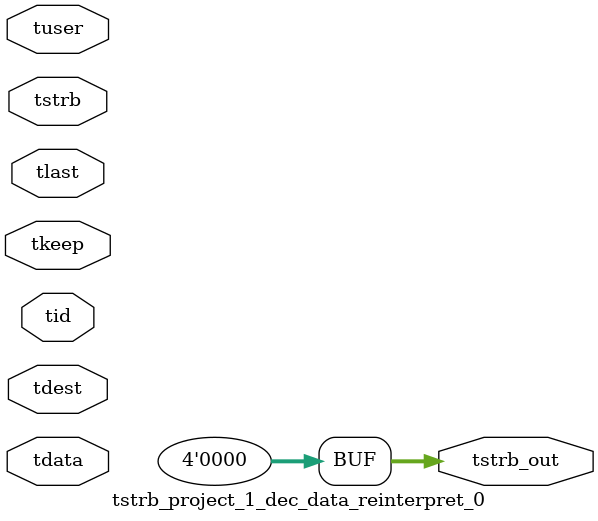
<source format=v>


`timescale 1ps/1ps

module tstrb_project_1_dec_data_reinterpret_0 #
(
parameter C_S_AXIS_TDATA_WIDTH = 32,
parameter C_S_AXIS_TUSER_WIDTH = 0,
parameter C_S_AXIS_TID_WIDTH   = 0,
parameter C_S_AXIS_TDEST_WIDTH = 0,
parameter C_M_AXIS_TDATA_WIDTH = 32
)
(
input  [(C_S_AXIS_TDATA_WIDTH == 0 ? 1 : C_S_AXIS_TDATA_WIDTH)-1:0     ] tdata,
input  [(C_S_AXIS_TUSER_WIDTH == 0 ? 1 : C_S_AXIS_TUSER_WIDTH)-1:0     ] tuser,
input  [(C_S_AXIS_TID_WIDTH   == 0 ? 1 : C_S_AXIS_TID_WIDTH)-1:0       ] tid,
input  [(C_S_AXIS_TDEST_WIDTH == 0 ? 1 : C_S_AXIS_TDEST_WIDTH)-1:0     ] tdest,
input  [(C_S_AXIS_TDATA_WIDTH/8)-1:0 ] tkeep,
input  [(C_S_AXIS_TDATA_WIDTH/8)-1:0 ] tstrb,
input                                                                    tlast,
output [(C_M_AXIS_TDATA_WIDTH/8)-1:0 ] tstrb_out
);

assign tstrb_out = {1'b0};

endmodule


</source>
